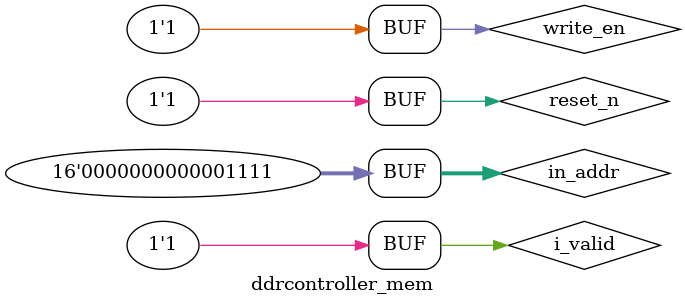
<source format=v>
`timescale 1ps / 1ps


module ddrcontroller_mem;
parameter ADDR_BITS        =      14; // MAX Address Bits
parameter BA_BITS          =       3; // MAX Address Bits
parameter DQ_BITS          =       8; // Set this parameter to control how many Data bits are used       **Same as part bit width**

reg [4:0] cmd;
reg[15:0] in_addr;
reg i_valid;
reg clk;
reg write_en;
//`include "ddr3_model_parameters.vh"

//DRAM signals
wire rst_n;
reg reset_n;                         //Reset Signal
wire  ck;                            // complement of CPU Clock
wire  ck_n;                          //CPU Clock
wire  cke;                           //Clock_enable from MemController to Memory
wire  cs_n;                          //Chip Select Signal
wire  ras_n;                         //RAS Signal row to column signal
wire  cas_n;                         //CAS Signal column to data delay signal
wire  we_n  ;                         //Write or read enable signal
wire   [1-1:0]   dm_tdqs;
wire  [BA_BITS-1:0]   ba;            // bank Bits 
wire  [ADDR_BITS-1:0] addr;          //MAX Address Bits for the address bus
wire [DQ_BITS-1:0]   dq;              //data bits from/to memory controller form memory or CPU
wire   [1-1:0]  dqs;                    //data strobe signal
wire   [1-1:0]  dqs_n   ;              //Checks if data is valid and assigned to complement of Cpu clock
wire  [1-1:0]  tdqs_n;              //terminating Data strobe signal
wire   odt           ;                //on-die terminating Signal
wire rst_n_wire;
wire ck_wire; 

//always #50 clk = ~clk;
//always@(*)begin
//    ck = clk;
//end
//assign    rst_n_wire = rst_n;
//assign    ck_wire = ck;
    myDDR3 mem_controller(
    //from processor side:
     cmd,
     in_addr,
     i_valid,clk,
     write_en,reset_n,
    //DRAM signals
      rst_n,                         //Reset Signal
       ck,                            // complement of CPU Clock
       ck_n,                          //CPU Clock
       cke,                           //Clock_enable from MemController to Memory
       cs_n,                          //Chip Select Signal
       ras_n,                         //RAS Signal row to column signal
       cas_n,                         //CAS Signal column to data delay signal
       we_n,                         //Write or read enable signal
       dm_tdqs,
       ba,            // bank Bits 
       addr,          //MAX Address Bits for the address bus
       dq,              //data bits from/to memory controller form memory or CPU
       dqs,                    //data strobe signal
       dqs_n,                 //Checks if data is valid and assigned to complement of Cpu clock
    //logic  [1-1:0] 
       tdqs_n,                //terminating Data strobe signal
    //logic   
       odt                           //on-die terminating Signal
        );


    ddr3_model1 dd3_instance(
    rst_n,
    ck,
    ck_n,
    cke,
    cs_n,
    ras_n,
    cas_n,
    we_n,
    dm_tdqs,
    ba,
    addr,
    dq,
    dqs,
    dqs_n,
//    tdqs_n,
//    odt
);



initial begin
    reset_n = 0;
    i_valid = 0;
    write_en = 1;
    #200000;
    reset_n = 1;
    #10000;
    i_valid = 1;
    in_addr = 15;
    #10000;
//    write_en = 0;  
//    cmd = 
    #4000000;
//    $finish;    
end
endmodule

</source>
